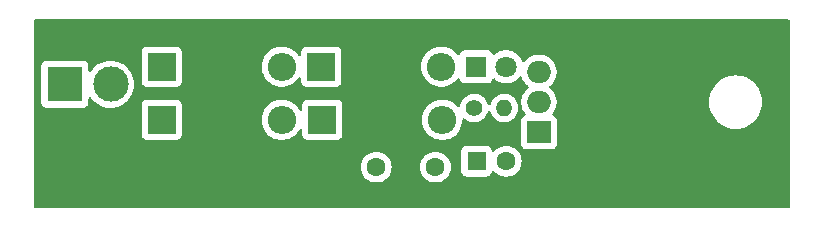
<source format=gbr>
%TF.GenerationSoftware,KiCad,Pcbnew,8.0.6*%
%TF.CreationDate,2024-11-04T20:56:58+05:30*%
%TF.ProjectId,power_supply_kicad,706f7765-725f-4737-9570-706c795f6b69,rev?*%
%TF.SameCoordinates,Original*%
%TF.FileFunction,Copper,L2,Bot*%
%TF.FilePolarity,Positive*%
%FSLAX46Y46*%
G04 Gerber Fmt 4.6, Leading zero omitted, Abs format (unit mm)*
G04 Created by KiCad (PCBNEW 8.0.6) date 2024-11-04 20:56:58*
%MOMM*%
%LPD*%
G01*
G04 APERTURE LIST*
%TA.AperFunction,ComponentPad*%
%ADD10C,1.600000*%
%TD*%
%TA.AperFunction,ComponentPad*%
%ADD11R,3.000000X3.000000*%
%TD*%
%TA.AperFunction,ComponentPad*%
%ADD12C,3.000000*%
%TD*%
%TA.AperFunction,ComponentPad*%
%ADD13R,1.600000X1.600000*%
%TD*%
%TA.AperFunction,ComponentPad*%
%ADD14C,1.400000*%
%TD*%
%TA.AperFunction,ComponentPad*%
%ADD15O,1.400000X1.400000*%
%TD*%
%TA.AperFunction,ComponentPad*%
%ADD16R,2.000000X1.905000*%
%TD*%
%TA.AperFunction,ComponentPad*%
%ADD17O,2.000000X1.905000*%
%TD*%
%TA.AperFunction,ComponentPad*%
%ADD18R,1.800000X1.800000*%
%TD*%
%TA.AperFunction,ComponentPad*%
%ADD19C,1.800000*%
%TD*%
%TA.AperFunction,ComponentPad*%
%ADD20R,2.400000X2.400000*%
%TD*%
%TA.AperFunction,ComponentPad*%
%ADD21O,2.400000X2.400000*%
%TD*%
G04 APERTURE END LIST*
D10*
%TO.P,C2,1*%
%TO.N,Net-(U1-OUT)*%
X140500000Y-65500000D03*
%TO.P,C2,2*%
%TO.N,Net-(D1-A)*%
X145500000Y-65500000D03*
%TD*%
D11*
%TO.P,J1,1,Pin_1*%
%TO.N,Net-(D1-K)*%
X114120000Y-58500000D03*
D12*
%TO.P,J1,2,Pin_2*%
%TO.N,Net-(D2-A)*%
X118000000Y-58500000D03*
%TD*%
D13*
%TO.P,C1,1*%
%TO.N,Net-(D2-K)*%
X149000000Y-65000000D03*
D10*
%TO.P,C1,2*%
%TO.N,Net-(D1-A)*%
X151500000Y-65000000D03*
%TD*%
D14*
%TO.P,R1,1*%
%TO.N,Net-(U1-OUT)*%
X148780000Y-60500000D03*
D15*
%TO.P,R1,2*%
%TO.N,Net-(D5-A)*%
X151320000Y-60500000D03*
%TD*%
D16*
%TO.P,U1,1,IN*%
%TO.N,Net-(D2-K)*%
X154270000Y-62540000D03*
D17*
%TO.P,U1,2,GND*%
%TO.N,Net-(D1-A)*%
X154270000Y-60000000D03*
%TO.P,U1,3,OUT*%
%TO.N,Net-(U1-OUT)*%
X154270000Y-57460000D03*
%TD*%
D18*
%TO.P,D5,1,K*%
%TO.N,Net-(D1-A)*%
X148960000Y-57000000D03*
D19*
%TO.P,D5,2,A*%
%TO.N,Net-(D5-A)*%
X151500000Y-57000000D03*
%TD*%
D20*
%TO.P,D4,1,K*%
%TO.N,Net-(D2-A)*%
X135920000Y-61500000D03*
D21*
%TO.P,D4,2,A*%
%TO.N,Net-(D1-A)*%
X146080000Y-61500000D03*
%TD*%
D20*
%TO.P,D1,1,K*%
%TO.N,Net-(D1-K)*%
X135840000Y-57000000D03*
D21*
%TO.P,D1,2,A*%
%TO.N,Net-(D1-A)*%
X146000000Y-57000000D03*
%TD*%
D20*
%TO.P,D2,1,K*%
%TO.N,Net-(D2-K)*%
X122340000Y-61500000D03*
D21*
%TO.P,D2,2,A*%
%TO.N,Net-(D2-A)*%
X132500000Y-61500000D03*
%TD*%
D20*
%TO.P,D3,1,K*%
%TO.N,Net-(D2-K)*%
X122340000Y-57000000D03*
D21*
%TO.P,D3,2,A*%
%TO.N,Net-(D1-K)*%
X132500000Y-57000000D03*
%TD*%
%TA.AperFunction,NonConductor*%
G36*
X175442539Y-53020185D02*
G01*
X175488294Y-53072989D01*
X175499500Y-53124500D01*
X175499500Y-68875500D01*
X175479815Y-68942539D01*
X175427011Y-68988294D01*
X175375500Y-68999500D01*
X111624500Y-68999500D01*
X111557461Y-68979815D01*
X111511706Y-68927011D01*
X111500500Y-68875500D01*
X111500500Y-65499998D01*
X139194532Y-65499998D01*
X139194532Y-65500001D01*
X139214364Y-65726686D01*
X139214366Y-65726697D01*
X139273258Y-65946488D01*
X139273261Y-65946497D01*
X139369431Y-66152732D01*
X139369432Y-66152734D01*
X139499954Y-66339141D01*
X139660858Y-66500045D01*
X139660861Y-66500047D01*
X139847266Y-66630568D01*
X140053504Y-66726739D01*
X140273308Y-66785635D01*
X140435230Y-66799801D01*
X140499998Y-66805468D01*
X140500000Y-66805468D01*
X140500002Y-66805468D01*
X140556673Y-66800509D01*
X140726692Y-66785635D01*
X140946496Y-66726739D01*
X141152734Y-66630568D01*
X141339139Y-66500047D01*
X141500047Y-66339139D01*
X141630568Y-66152734D01*
X141726739Y-65946496D01*
X141785635Y-65726692D01*
X141805468Y-65500000D01*
X141805468Y-65499998D01*
X144194532Y-65499998D01*
X144194532Y-65500001D01*
X144214364Y-65726686D01*
X144214366Y-65726697D01*
X144273258Y-65946488D01*
X144273261Y-65946497D01*
X144369431Y-66152732D01*
X144369432Y-66152734D01*
X144499954Y-66339141D01*
X144660858Y-66500045D01*
X144660861Y-66500047D01*
X144847266Y-66630568D01*
X145053504Y-66726739D01*
X145273308Y-66785635D01*
X145435230Y-66799801D01*
X145499998Y-66805468D01*
X145500000Y-66805468D01*
X145500002Y-66805468D01*
X145556673Y-66800509D01*
X145726692Y-66785635D01*
X145946496Y-66726739D01*
X146152734Y-66630568D01*
X146339139Y-66500047D01*
X146500047Y-66339139D01*
X146630568Y-66152734D01*
X146726739Y-65946496D01*
X146785635Y-65726692D01*
X146805468Y-65500000D01*
X146785635Y-65273308D01*
X146726739Y-65053504D01*
X146630568Y-64847266D01*
X146500047Y-64660861D01*
X146500045Y-64660858D01*
X146339141Y-64499954D01*
X146152734Y-64369432D01*
X146152732Y-64369431D01*
X145946497Y-64273261D01*
X145946488Y-64273258D01*
X145726697Y-64214366D01*
X145726693Y-64214365D01*
X145726692Y-64214365D01*
X145726691Y-64214364D01*
X145726686Y-64214364D01*
X145500002Y-64194532D01*
X145499998Y-64194532D01*
X145273313Y-64214364D01*
X145273302Y-64214366D01*
X145053511Y-64273258D01*
X145053502Y-64273261D01*
X144847267Y-64369431D01*
X144847265Y-64369432D01*
X144660858Y-64499954D01*
X144499954Y-64660858D01*
X144369432Y-64847265D01*
X144369431Y-64847267D01*
X144273261Y-65053502D01*
X144273258Y-65053511D01*
X144214366Y-65273302D01*
X144214364Y-65273313D01*
X144194532Y-65499998D01*
X141805468Y-65499998D01*
X141785635Y-65273308D01*
X141726739Y-65053504D01*
X141630568Y-64847266D01*
X141500047Y-64660861D01*
X141500045Y-64660858D01*
X141339141Y-64499954D01*
X141152734Y-64369432D01*
X141152732Y-64369431D01*
X140946497Y-64273261D01*
X140946488Y-64273258D01*
X140726697Y-64214366D01*
X140726693Y-64214365D01*
X140726692Y-64214365D01*
X140726691Y-64214364D01*
X140726686Y-64214364D01*
X140500002Y-64194532D01*
X140499998Y-64194532D01*
X140273313Y-64214364D01*
X140273302Y-64214366D01*
X140053511Y-64273258D01*
X140053502Y-64273261D01*
X139847267Y-64369431D01*
X139847265Y-64369432D01*
X139660858Y-64499954D01*
X139499954Y-64660858D01*
X139369432Y-64847265D01*
X139369431Y-64847267D01*
X139273261Y-65053502D01*
X139273258Y-65053511D01*
X139214366Y-65273302D01*
X139214364Y-65273313D01*
X139194532Y-65499998D01*
X111500500Y-65499998D01*
X111500500Y-64152135D01*
X147699500Y-64152135D01*
X147699500Y-65847870D01*
X147699501Y-65847876D01*
X147705908Y-65907483D01*
X147756202Y-66042328D01*
X147756206Y-66042335D01*
X147842452Y-66157544D01*
X147842455Y-66157547D01*
X147957664Y-66243793D01*
X147957671Y-66243797D01*
X148092517Y-66294091D01*
X148092516Y-66294091D01*
X148099444Y-66294835D01*
X148152127Y-66300500D01*
X149847872Y-66300499D01*
X149907483Y-66294091D01*
X150042331Y-66243796D01*
X150157546Y-66157546D01*
X150243796Y-66042331D01*
X150294091Y-65907483D01*
X150294092Y-65907472D01*
X150295365Y-65902088D01*
X150329933Y-65841369D01*
X150391841Y-65808978D01*
X150461433Y-65815199D01*
X150503725Y-65842912D01*
X150660858Y-66000045D01*
X150660861Y-66000047D01*
X150847266Y-66130568D01*
X151053504Y-66226739D01*
X151273308Y-66285635D01*
X151435230Y-66299801D01*
X151499998Y-66305468D01*
X151500000Y-66305468D01*
X151500002Y-66305468D01*
X151556807Y-66300498D01*
X151726692Y-66285635D01*
X151946496Y-66226739D01*
X152152734Y-66130568D01*
X152339139Y-66000047D01*
X152500047Y-65839139D01*
X152630568Y-65652734D01*
X152726739Y-65446496D01*
X152785635Y-65226692D01*
X152805468Y-65000000D01*
X152785635Y-64773308D01*
X152726739Y-64553504D01*
X152630568Y-64347266D01*
X152532839Y-64207693D01*
X152500045Y-64160858D01*
X152339141Y-63999954D01*
X152152734Y-63869432D01*
X152152732Y-63869431D01*
X151946497Y-63773261D01*
X151946488Y-63773258D01*
X151726697Y-63714366D01*
X151726693Y-63714365D01*
X151726692Y-63714365D01*
X151726691Y-63714364D01*
X151726686Y-63714364D01*
X151500002Y-63694532D01*
X151499998Y-63694532D01*
X151273313Y-63714364D01*
X151273302Y-63714366D01*
X151053511Y-63773258D01*
X151053502Y-63773261D01*
X150847267Y-63869431D01*
X150847265Y-63869432D01*
X150660862Y-63999951D01*
X150503726Y-64157087D01*
X150442403Y-64190571D01*
X150372711Y-64185587D01*
X150316778Y-64143715D01*
X150295369Y-64097923D01*
X150294091Y-64092518D01*
X150243797Y-63957671D01*
X150243793Y-63957664D01*
X150157547Y-63842455D01*
X150157544Y-63842452D01*
X150042335Y-63756206D01*
X150042328Y-63756202D01*
X149907482Y-63705908D01*
X149907483Y-63705908D01*
X149847883Y-63699501D01*
X149847881Y-63699500D01*
X149847873Y-63699500D01*
X149847864Y-63699500D01*
X148152129Y-63699500D01*
X148152123Y-63699501D01*
X148092516Y-63705908D01*
X147957671Y-63756202D01*
X147957664Y-63756206D01*
X147842455Y-63842452D01*
X147842452Y-63842455D01*
X147756206Y-63957664D01*
X147756202Y-63957671D01*
X147705908Y-64092517D01*
X147699501Y-64152116D01*
X147699500Y-64152135D01*
X111500500Y-64152135D01*
X111500500Y-56952135D01*
X112119500Y-56952135D01*
X112119500Y-60047870D01*
X112119501Y-60047876D01*
X112125908Y-60107483D01*
X112176202Y-60242328D01*
X112176206Y-60242335D01*
X112262452Y-60357544D01*
X112262455Y-60357547D01*
X112377664Y-60443793D01*
X112377671Y-60443797D01*
X112512517Y-60494091D01*
X112512516Y-60494091D01*
X112519444Y-60494835D01*
X112572127Y-60500500D01*
X115667872Y-60500499D01*
X115727483Y-60494091D01*
X115862331Y-60443796D01*
X115977546Y-60357546D01*
X116063796Y-60242331D01*
X116114091Y-60107483D01*
X116120500Y-60047873D01*
X116120499Y-59700023D01*
X116140183Y-59632987D01*
X116192987Y-59587232D01*
X116262146Y-59577288D01*
X116325701Y-59606313D01*
X116343766Y-59625716D01*
X116484254Y-59813387D01*
X116484270Y-59813405D01*
X116686594Y-60015729D01*
X116686612Y-60015745D01*
X116915682Y-60187224D01*
X116915690Y-60187229D01*
X117166833Y-60324364D01*
X117166832Y-60324364D01*
X117166836Y-60324365D01*
X117166839Y-60324367D01*
X117434954Y-60424369D01*
X117434960Y-60424370D01*
X117434962Y-60424371D01*
X117714566Y-60485195D01*
X117714568Y-60485195D01*
X117714572Y-60485196D01*
X117968220Y-60503337D01*
X117999999Y-60505610D01*
X118000000Y-60505610D01*
X118000001Y-60505610D01*
X118028595Y-60503564D01*
X118285428Y-60485196D01*
X118475742Y-60443796D01*
X118565037Y-60424371D01*
X118565037Y-60424370D01*
X118565046Y-60424369D01*
X118833161Y-60324367D01*
X118965444Y-60252135D01*
X120639500Y-60252135D01*
X120639500Y-62747870D01*
X120639501Y-62747876D01*
X120645908Y-62807483D01*
X120696202Y-62942328D01*
X120696206Y-62942335D01*
X120782452Y-63057544D01*
X120782455Y-63057547D01*
X120897664Y-63143793D01*
X120897671Y-63143797D01*
X121032517Y-63194091D01*
X121032516Y-63194091D01*
X121039444Y-63194835D01*
X121092127Y-63200500D01*
X123587872Y-63200499D01*
X123647483Y-63194091D01*
X123782331Y-63143796D01*
X123897546Y-63057546D01*
X123983796Y-62942331D01*
X124034091Y-62807483D01*
X124040500Y-62747873D01*
X124040499Y-61499995D01*
X130794732Y-61499995D01*
X130794732Y-61500004D01*
X130813777Y-61754154D01*
X130813778Y-61754157D01*
X130870492Y-62002637D01*
X130963607Y-62239888D01*
X131091041Y-62460612D01*
X131249950Y-62659877D01*
X131436783Y-62833232D01*
X131647366Y-62976805D01*
X131647371Y-62976807D01*
X131647372Y-62976808D01*
X131647373Y-62976809D01*
X131769328Y-63035538D01*
X131876992Y-63087387D01*
X131876993Y-63087387D01*
X131876996Y-63087389D01*
X132120542Y-63162513D01*
X132372565Y-63200500D01*
X132627435Y-63200500D01*
X132879458Y-63162513D01*
X133123004Y-63087389D01*
X133352634Y-62976805D01*
X133563217Y-62833232D01*
X133750050Y-62659877D01*
X133908959Y-62460612D01*
X133988115Y-62323507D01*
X134038679Y-62275295D01*
X134107286Y-62262071D01*
X134172151Y-62288039D01*
X134212680Y-62344953D01*
X134219500Y-62385510D01*
X134219500Y-62747870D01*
X134219501Y-62747876D01*
X134225908Y-62807483D01*
X134276202Y-62942328D01*
X134276206Y-62942335D01*
X134362452Y-63057544D01*
X134362455Y-63057547D01*
X134477664Y-63143793D01*
X134477671Y-63143797D01*
X134612517Y-63194091D01*
X134612516Y-63194091D01*
X134619444Y-63194835D01*
X134672127Y-63200500D01*
X137167872Y-63200499D01*
X137227483Y-63194091D01*
X137362331Y-63143796D01*
X137477546Y-63057546D01*
X137563796Y-62942331D01*
X137614091Y-62807483D01*
X137620500Y-62747873D01*
X137620499Y-61499995D01*
X144374732Y-61499995D01*
X144374732Y-61500004D01*
X144393777Y-61754154D01*
X144393778Y-61754157D01*
X144450492Y-62002637D01*
X144543607Y-62239888D01*
X144671041Y-62460612D01*
X144829950Y-62659877D01*
X145016783Y-62833232D01*
X145227366Y-62976805D01*
X145227371Y-62976807D01*
X145227372Y-62976808D01*
X145227373Y-62976809D01*
X145349328Y-63035538D01*
X145456992Y-63087387D01*
X145456993Y-63087387D01*
X145456996Y-63087389D01*
X145700542Y-63162513D01*
X145952565Y-63200500D01*
X146207435Y-63200500D01*
X146459458Y-63162513D01*
X146703004Y-63087389D01*
X146932634Y-62976805D01*
X147143217Y-62833232D01*
X147330050Y-62659877D01*
X147488959Y-62460612D01*
X147616393Y-62239888D01*
X147709508Y-62002637D01*
X147766222Y-61754157D01*
X147778167Y-61594758D01*
X147785268Y-61500004D01*
X147785268Y-61498487D01*
X147785420Y-61497967D01*
X147785615Y-61495374D01*
X147786169Y-61495415D01*
X147804953Y-61431448D01*
X147857757Y-61385693D01*
X147926915Y-61375749D01*
X147990471Y-61404774D01*
X147992807Y-61406851D01*
X148053437Y-61462123D01*
X148053439Y-61462125D01*
X148242595Y-61579245D01*
X148242596Y-61579245D01*
X148242599Y-61579247D01*
X148450060Y-61659618D01*
X148668757Y-61700500D01*
X148668759Y-61700500D01*
X148891241Y-61700500D01*
X148891243Y-61700500D01*
X149109940Y-61659618D01*
X149317401Y-61579247D01*
X149506562Y-61462124D01*
X149670981Y-61312236D01*
X149805058Y-61134689D01*
X149904229Y-60935528D01*
X149930734Y-60842371D01*
X149968013Y-60783278D01*
X150031323Y-60753721D01*
X150100562Y-60763083D01*
X150153749Y-60808393D01*
X150169266Y-60842372D01*
X150195769Y-60935523D01*
X150195775Y-60935538D01*
X150294938Y-61134683D01*
X150294943Y-61134691D01*
X150429020Y-61312238D01*
X150593437Y-61462123D01*
X150593439Y-61462125D01*
X150782595Y-61579245D01*
X150782596Y-61579245D01*
X150782599Y-61579247D01*
X150990060Y-61659618D01*
X151208757Y-61700500D01*
X151208759Y-61700500D01*
X151431241Y-61700500D01*
X151431243Y-61700500D01*
X151649940Y-61659618D01*
X151857401Y-61579247D01*
X152046562Y-61462124D01*
X152210981Y-61312236D01*
X152345058Y-61134689D01*
X152444229Y-60935528D01*
X152505115Y-60721536D01*
X152525643Y-60500000D01*
X152525095Y-60494091D01*
X152505115Y-60278464D01*
X152505114Y-60278462D01*
X152497623Y-60252135D01*
X152444229Y-60064472D01*
X152444224Y-60064461D01*
X152345061Y-59865316D01*
X152345056Y-59865308D01*
X152210979Y-59687761D01*
X152046562Y-59537876D01*
X152046560Y-59537874D01*
X151857404Y-59420754D01*
X151857398Y-59420752D01*
X151649940Y-59340382D01*
X151431243Y-59299500D01*
X151208757Y-59299500D01*
X150990060Y-59340382D01*
X150858864Y-59391207D01*
X150782601Y-59420752D01*
X150782595Y-59420754D01*
X150593439Y-59537874D01*
X150593437Y-59537876D01*
X150429020Y-59687761D01*
X150294943Y-59865308D01*
X150294938Y-59865316D01*
X150195775Y-60064461D01*
X150195769Y-60064476D01*
X150169266Y-60157627D01*
X150131987Y-60216721D01*
X150068677Y-60246278D01*
X149999438Y-60236916D01*
X149946251Y-60191606D01*
X149930734Y-60157627D01*
X149904230Y-60064476D01*
X149904229Y-60064472D01*
X149904224Y-60064461D01*
X149805061Y-59865316D01*
X149805056Y-59865308D01*
X149670979Y-59687761D01*
X149506562Y-59537876D01*
X149506560Y-59537874D01*
X149317404Y-59420754D01*
X149317398Y-59420752D01*
X149109940Y-59340382D01*
X148891243Y-59299500D01*
X148668757Y-59299500D01*
X148450060Y-59340382D01*
X148318864Y-59391207D01*
X148242601Y-59420752D01*
X148242595Y-59420754D01*
X148053439Y-59537874D01*
X148053437Y-59537876D01*
X147889020Y-59687761D01*
X147754943Y-59865308D01*
X147754938Y-59865316D01*
X147655775Y-60064461D01*
X147655769Y-60064476D01*
X147594885Y-60278462D01*
X147594885Y-60278463D01*
X147590610Y-60324591D01*
X147564823Y-60389528D01*
X147508021Y-60430215D01*
X147438240Y-60433734D01*
X147377634Y-60398967D01*
X147370208Y-60390479D01*
X147330050Y-60340123D01*
X147143217Y-60166768D01*
X146932634Y-60023195D01*
X146932630Y-60023193D01*
X146932627Y-60023191D01*
X146932626Y-60023190D01*
X146703006Y-59912612D01*
X146703008Y-59912612D01*
X146459466Y-59837489D01*
X146459462Y-59837488D01*
X146459458Y-59837487D01*
X146338231Y-59819214D01*
X146207440Y-59799500D01*
X146207435Y-59799500D01*
X145952565Y-59799500D01*
X145952559Y-59799500D01*
X145795609Y-59823157D01*
X145700542Y-59837487D01*
X145700539Y-59837488D01*
X145700533Y-59837489D01*
X145456992Y-59912612D01*
X145227373Y-60023190D01*
X145227372Y-60023191D01*
X145016782Y-60166768D01*
X144829952Y-60340121D01*
X144829950Y-60340123D01*
X144671041Y-60539388D01*
X144543608Y-60760109D01*
X144450492Y-60997362D01*
X144450490Y-60997369D01*
X144393777Y-61245845D01*
X144374732Y-61499995D01*
X137620499Y-61499995D01*
X137620499Y-60252128D01*
X137614091Y-60192517D01*
X137613751Y-60191606D01*
X137563797Y-60057671D01*
X137563793Y-60057664D01*
X137477547Y-59942455D01*
X137477544Y-59942452D01*
X137362335Y-59856206D01*
X137362328Y-59856202D01*
X137227482Y-59805908D01*
X137227483Y-59805908D01*
X137167883Y-59799501D01*
X137167881Y-59799500D01*
X137167873Y-59799500D01*
X137167864Y-59799500D01*
X134672129Y-59799500D01*
X134672123Y-59799501D01*
X134612516Y-59805908D01*
X134477671Y-59856202D01*
X134477664Y-59856206D01*
X134362455Y-59942452D01*
X134362452Y-59942455D01*
X134276206Y-60057664D01*
X134276202Y-60057671D01*
X134225908Y-60192517D01*
X134220129Y-60246278D01*
X134219501Y-60252123D01*
X134219500Y-60252135D01*
X134219500Y-60614488D01*
X134199815Y-60681527D01*
X134147011Y-60727282D01*
X134077853Y-60737226D01*
X134014297Y-60708201D01*
X133988113Y-60676488D01*
X133908959Y-60539388D01*
X133750050Y-60340123D01*
X133563217Y-60166768D01*
X133352634Y-60023195D01*
X133352630Y-60023193D01*
X133352627Y-60023191D01*
X133352626Y-60023190D01*
X133123006Y-59912612D01*
X133123008Y-59912612D01*
X132879466Y-59837489D01*
X132879462Y-59837488D01*
X132879458Y-59837487D01*
X132758231Y-59819214D01*
X132627440Y-59799500D01*
X132627435Y-59799500D01*
X132372565Y-59799500D01*
X132372559Y-59799500D01*
X132215609Y-59823157D01*
X132120542Y-59837487D01*
X132120539Y-59837488D01*
X132120533Y-59837489D01*
X131876992Y-59912612D01*
X131647373Y-60023190D01*
X131647372Y-60023191D01*
X131436782Y-60166768D01*
X131249952Y-60340121D01*
X131249950Y-60340123D01*
X131091041Y-60539388D01*
X130963608Y-60760109D01*
X130870492Y-60997362D01*
X130870490Y-60997369D01*
X130813777Y-61245845D01*
X130794732Y-61499995D01*
X124040499Y-61499995D01*
X124040499Y-60252128D01*
X124034091Y-60192517D01*
X124033751Y-60191606D01*
X123983797Y-60057671D01*
X123983793Y-60057664D01*
X123897547Y-59942455D01*
X123897544Y-59942452D01*
X123782335Y-59856206D01*
X123782328Y-59856202D01*
X123647482Y-59805908D01*
X123647483Y-59805908D01*
X123587883Y-59799501D01*
X123587881Y-59799500D01*
X123587873Y-59799500D01*
X123587864Y-59799500D01*
X121092129Y-59799500D01*
X121092123Y-59799501D01*
X121032516Y-59805908D01*
X120897671Y-59856202D01*
X120897664Y-59856206D01*
X120782455Y-59942452D01*
X120782452Y-59942455D01*
X120696206Y-60057664D01*
X120696202Y-60057671D01*
X120645908Y-60192517D01*
X120640129Y-60246278D01*
X120639501Y-60252123D01*
X120639500Y-60252135D01*
X118965444Y-60252135D01*
X119084315Y-60187226D01*
X119313395Y-60015739D01*
X119515739Y-59813395D01*
X119687226Y-59584315D01*
X119824367Y-59333161D01*
X119924369Y-59065046D01*
X119926895Y-59053434D01*
X119985195Y-58785433D01*
X119985195Y-58785432D01*
X119985196Y-58785428D01*
X120005610Y-58500000D01*
X119985196Y-58214572D01*
X119976907Y-58176470D01*
X119924371Y-57934962D01*
X119924370Y-57934960D01*
X119924369Y-57934954D01*
X119824367Y-57666839D01*
X119710799Y-57458856D01*
X119687229Y-57415690D01*
X119687224Y-57415682D01*
X119515745Y-57186612D01*
X119515729Y-57186594D01*
X119313405Y-56984270D01*
X119313387Y-56984254D01*
X119084317Y-56812775D01*
X119084309Y-56812770D01*
X118833166Y-56675635D01*
X118833167Y-56675635D01*
X118725915Y-56635632D01*
X118565046Y-56575631D01*
X118565043Y-56575630D01*
X118565037Y-56575628D01*
X118285433Y-56514804D01*
X118000001Y-56494390D01*
X117999999Y-56494390D01*
X117714566Y-56514804D01*
X117434962Y-56575628D01*
X117166833Y-56675635D01*
X116915690Y-56812770D01*
X116915682Y-56812775D01*
X116686612Y-56984254D01*
X116686594Y-56984270D01*
X116484270Y-57186594D01*
X116484254Y-57186612D01*
X116343766Y-57374284D01*
X116287833Y-57416156D01*
X116218141Y-57421140D01*
X116156818Y-57387655D01*
X116123333Y-57326332D01*
X116120499Y-57299974D01*
X116120499Y-56952129D01*
X116120498Y-56952123D01*
X116120497Y-56952116D01*
X116114091Y-56892517D01*
X116084347Y-56812770D01*
X116063797Y-56757671D01*
X116063793Y-56757664D01*
X115977547Y-56642455D01*
X115977544Y-56642452D01*
X115862335Y-56556206D01*
X115862328Y-56556202D01*
X115727482Y-56505908D01*
X115727483Y-56505908D01*
X115667883Y-56499501D01*
X115667881Y-56499500D01*
X115667873Y-56499500D01*
X115667864Y-56499500D01*
X112572129Y-56499500D01*
X112572123Y-56499501D01*
X112512516Y-56505908D01*
X112377671Y-56556202D01*
X112377664Y-56556206D01*
X112262455Y-56642452D01*
X112262452Y-56642455D01*
X112176206Y-56757664D01*
X112176202Y-56757671D01*
X112125908Y-56892517D01*
X112119501Y-56952116D01*
X112119501Y-56952123D01*
X112119500Y-56952135D01*
X111500500Y-56952135D01*
X111500500Y-55752135D01*
X120639500Y-55752135D01*
X120639500Y-58247870D01*
X120639501Y-58247876D01*
X120645908Y-58307483D01*
X120696202Y-58442328D01*
X120696206Y-58442335D01*
X120782452Y-58557544D01*
X120782455Y-58557547D01*
X120897664Y-58643793D01*
X120897671Y-58643797D01*
X121032517Y-58694091D01*
X121032516Y-58694091D01*
X121039444Y-58694835D01*
X121092127Y-58700500D01*
X123587872Y-58700499D01*
X123647483Y-58694091D01*
X123782331Y-58643796D01*
X123897546Y-58557546D01*
X123983796Y-58442331D01*
X124034091Y-58307483D01*
X124040500Y-58247873D01*
X124040499Y-56999995D01*
X130794732Y-56999995D01*
X130794732Y-57000004D01*
X130813777Y-57254154D01*
X130851890Y-57421140D01*
X130870492Y-57502637D01*
X130963607Y-57739888D01*
X131091041Y-57960612D01*
X131249950Y-58159877D01*
X131436783Y-58333232D01*
X131647366Y-58476805D01*
X131647371Y-58476807D01*
X131647372Y-58476808D01*
X131647373Y-58476809D01*
X131769328Y-58535538D01*
X131876992Y-58587387D01*
X131876993Y-58587387D01*
X131876996Y-58587389D01*
X132120542Y-58662513D01*
X132372565Y-58700500D01*
X132627435Y-58700500D01*
X132879458Y-58662513D01*
X133123004Y-58587389D01*
X133352634Y-58476805D01*
X133563217Y-58333232D01*
X133750050Y-58159877D01*
X133908959Y-57960612D01*
X133908963Y-57960605D01*
X133911571Y-57956781D01*
X133912800Y-57957618D01*
X133958643Y-57913878D01*
X134027246Y-57900633D01*
X134092119Y-57926579D01*
X134132667Y-57983480D01*
X134139500Y-58024074D01*
X134139500Y-58247869D01*
X134139501Y-58247876D01*
X134145908Y-58307483D01*
X134196202Y-58442328D01*
X134196206Y-58442335D01*
X134282452Y-58557544D01*
X134282455Y-58557547D01*
X134397664Y-58643793D01*
X134397671Y-58643797D01*
X134532517Y-58694091D01*
X134532516Y-58694091D01*
X134539444Y-58694835D01*
X134592127Y-58700500D01*
X137087872Y-58700499D01*
X137147483Y-58694091D01*
X137282331Y-58643796D01*
X137397546Y-58557546D01*
X137483796Y-58442331D01*
X137534091Y-58307483D01*
X137540500Y-58247873D01*
X137540499Y-56999995D01*
X144294732Y-56999995D01*
X144294732Y-57000004D01*
X144313777Y-57254154D01*
X144351890Y-57421140D01*
X144370492Y-57502637D01*
X144463607Y-57739888D01*
X144591041Y-57960612D01*
X144749950Y-58159877D01*
X144936783Y-58333232D01*
X145147366Y-58476805D01*
X145147371Y-58476807D01*
X145147372Y-58476808D01*
X145147373Y-58476809D01*
X145269328Y-58535538D01*
X145376992Y-58587387D01*
X145376993Y-58587387D01*
X145376996Y-58587389D01*
X145620542Y-58662513D01*
X145872565Y-58700500D01*
X146127435Y-58700500D01*
X146379458Y-58662513D01*
X146623004Y-58587389D01*
X146852634Y-58476805D01*
X147063217Y-58333232D01*
X147250050Y-58159877D01*
X147367406Y-58012716D01*
X147424593Y-57972577D01*
X147494405Y-57969727D01*
X147554675Y-58005072D01*
X147580534Y-58046697D01*
X147616202Y-58142328D01*
X147616206Y-58142335D01*
X147702452Y-58257544D01*
X147702455Y-58257547D01*
X147817664Y-58343793D01*
X147817671Y-58343797D01*
X147952517Y-58394091D01*
X147952516Y-58394091D01*
X147959444Y-58394835D01*
X148012127Y-58400500D01*
X149907872Y-58400499D01*
X149967483Y-58394091D01*
X150102331Y-58343796D01*
X150217546Y-58257546D01*
X150303796Y-58142331D01*
X150332455Y-58065493D01*
X150374326Y-58009559D01*
X150439790Y-57985141D01*
X150508063Y-57999992D01*
X150539866Y-58024843D01*
X150547302Y-58032920D01*
X150548215Y-58033912D01*
X150548222Y-58033918D01*
X150731365Y-58176464D01*
X150731371Y-58176468D01*
X150731374Y-58176470D01*
X150935497Y-58286936D01*
X151049487Y-58326068D01*
X151155015Y-58362297D01*
X151155017Y-58362297D01*
X151155019Y-58362298D01*
X151383951Y-58400500D01*
X151383952Y-58400500D01*
X151616048Y-58400500D01*
X151616049Y-58400500D01*
X151844981Y-58362298D01*
X152064503Y-58286936D01*
X152268626Y-58176470D01*
X152289944Y-58159878D01*
X152330129Y-58128600D01*
X152451784Y-58033913D01*
X152608979Y-57863153D01*
X152612037Y-57858472D01*
X152665179Y-57813113D01*
X152734409Y-57803685D01*
X152797747Y-57833182D01*
X152833780Y-57887969D01*
X152864814Y-57983480D01*
X152875952Y-58017758D01*
X152979783Y-58221538D01*
X153114214Y-58406566D01*
X153275934Y-58568286D01*
X153302227Y-58587389D01*
X153360438Y-58629682D01*
X153403103Y-58685013D01*
X153409082Y-58754626D01*
X153376476Y-58816421D01*
X153360438Y-58830318D01*
X153275932Y-58891715D01*
X153114216Y-59053431D01*
X153114216Y-59053432D01*
X153114214Y-59053434D01*
X153056480Y-59132896D01*
X152979783Y-59238461D01*
X152875950Y-59442244D01*
X152805278Y-59659750D01*
X152805278Y-59659753D01*
X152769500Y-59885646D01*
X152769500Y-60114353D01*
X152805278Y-60340246D01*
X152805278Y-60340249D01*
X152875950Y-60557755D01*
X152875952Y-60557758D01*
X152979783Y-60761538D01*
X153112525Y-60944242D01*
X153136005Y-61010046D01*
X153120180Y-61078100D01*
X153070074Y-61126795D01*
X153055541Y-61133308D01*
X153027670Y-61143703D01*
X153027664Y-61143706D01*
X152912455Y-61229952D01*
X152912452Y-61229955D01*
X152826206Y-61345164D01*
X152826202Y-61345171D01*
X152775908Y-61480017D01*
X152769501Y-61539616D01*
X152769501Y-61539623D01*
X152769500Y-61539635D01*
X152769500Y-63540370D01*
X152769501Y-63540376D01*
X152775908Y-63599983D01*
X152826202Y-63734828D01*
X152826206Y-63734835D01*
X152912452Y-63850044D01*
X152912455Y-63850047D01*
X153027664Y-63936293D01*
X153027671Y-63936297D01*
X153162517Y-63986591D01*
X153162516Y-63986591D01*
X153169444Y-63987335D01*
X153222127Y-63993000D01*
X155317872Y-63992999D01*
X155377483Y-63986591D01*
X155512331Y-63936296D01*
X155627546Y-63850046D01*
X155713796Y-63734831D01*
X155764091Y-63599983D01*
X155770500Y-63540373D01*
X155770499Y-61539628D01*
X155764091Y-61480017D01*
X155757417Y-61462124D01*
X155713797Y-61345171D01*
X155713793Y-61345164D01*
X155627547Y-61229955D01*
X155627544Y-61229952D01*
X155512335Y-61143706D01*
X155512328Y-61143702D01*
X155484459Y-61133308D01*
X155428525Y-61091437D01*
X155404108Y-61025973D01*
X155418960Y-60957700D01*
X155427460Y-60944260D01*
X155560217Y-60761538D01*
X155664048Y-60557758D01*
X155701076Y-60443797D01*
X155734721Y-60340249D01*
X155734721Y-60340248D01*
X155734722Y-60340245D01*
X155770500Y-60114354D01*
X155770500Y-59999992D01*
X168674671Y-59999992D01*
X168674671Y-60000007D01*
X168693964Y-60294363D01*
X168693965Y-60294373D01*
X168693966Y-60294380D01*
X168693968Y-60294390D01*
X168751518Y-60583716D01*
X168751521Y-60583730D01*
X168846349Y-60863080D01*
X168976825Y-61127660D01*
X168976829Y-61127667D01*
X169140725Y-61372955D01*
X169335241Y-61594758D01*
X169517001Y-61754157D01*
X169557043Y-61789273D01*
X169802335Y-61953172D01*
X170066923Y-62083652D01*
X170346278Y-62178481D01*
X170635620Y-62236034D01*
X170663888Y-62237886D01*
X170929993Y-62255329D01*
X170930000Y-62255329D01*
X170930007Y-62255329D01*
X171165675Y-62239881D01*
X171224380Y-62236034D01*
X171513722Y-62178481D01*
X171793077Y-62083652D01*
X172057665Y-61953172D01*
X172302957Y-61789273D01*
X172524758Y-61594758D01*
X172719273Y-61372957D01*
X172883172Y-61127665D01*
X173013652Y-60863077D01*
X173108481Y-60583722D01*
X173166034Y-60294380D01*
X173173057Y-60187226D01*
X173185329Y-60000007D01*
X173185329Y-59999992D01*
X173166035Y-59705636D01*
X173166034Y-59705620D01*
X173108481Y-59416278D01*
X173013652Y-59136923D01*
X172883172Y-58872336D01*
X172719273Y-58627043D01*
X172667742Y-58568283D01*
X172524758Y-58405241D01*
X172302955Y-58210725D01*
X172057667Y-58046829D01*
X172057660Y-58046825D01*
X171793080Y-57916349D01*
X171513730Y-57821521D01*
X171513724Y-57821519D01*
X171513722Y-57821519D01*
X171224380Y-57763966D01*
X171224373Y-57763965D01*
X171224363Y-57763964D01*
X170930007Y-57744671D01*
X170929993Y-57744671D01*
X170635636Y-57763964D01*
X170635624Y-57763965D01*
X170635620Y-57763966D01*
X170635612Y-57763967D01*
X170635609Y-57763968D01*
X170346283Y-57821518D01*
X170346269Y-57821521D01*
X170066919Y-57916349D01*
X169802334Y-58046828D01*
X169557041Y-58210728D01*
X169335241Y-58405241D01*
X169140728Y-58627041D01*
X168976828Y-58872334D01*
X168846349Y-59136919D01*
X168751521Y-59416269D01*
X168751518Y-59416283D01*
X168693968Y-59705609D01*
X168693964Y-59705636D01*
X168674671Y-59999992D01*
X155770500Y-59999992D01*
X155770500Y-59885646D01*
X155734722Y-59659755D01*
X155734721Y-59659751D01*
X155734721Y-59659750D01*
X155664049Y-59442244D01*
X155608471Y-59333166D01*
X155560217Y-59238462D01*
X155425786Y-59053434D01*
X155264066Y-58891714D01*
X155179559Y-58830316D01*
X155136896Y-58774988D01*
X155130917Y-58705375D01*
X155163523Y-58643580D01*
X155179556Y-58629685D01*
X155264066Y-58568286D01*
X155425786Y-58406566D01*
X155560217Y-58221538D01*
X155664048Y-58017758D01*
X155714283Y-57863150D01*
X155734721Y-57800249D01*
X155734721Y-57800248D01*
X155734722Y-57800245D01*
X155770500Y-57574354D01*
X155770500Y-57345646D01*
X155734722Y-57119755D01*
X155734721Y-57119751D01*
X155734721Y-57119750D01*
X155664049Y-56902244D01*
X155590382Y-56757664D01*
X155560217Y-56698462D01*
X155425786Y-56513434D01*
X155264066Y-56351714D01*
X155079038Y-56217283D01*
X155012861Y-56183564D01*
X154875255Y-56113450D01*
X154657748Y-56042778D01*
X154445971Y-56009236D01*
X154431854Y-56007000D01*
X154108146Y-56007000D01*
X154094029Y-56009236D01*
X153882253Y-56042778D01*
X153882250Y-56042778D01*
X153664744Y-56113450D01*
X153460961Y-56217283D01*
X153402017Y-56260109D01*
X153275934Y-56351714D01*
X153275932Y-56351716D01*
X153275931Y-56351716D01*
X153114215Y-56513432D01*
X153052706Y-56598092D01*
X152997375Y-56640757D01*
X152927762Y-56646736D01*
X152865967Y-56614130D01*
X152832182Y-56555645D01*
X152829157Y-56543700D01*
X152735924Y-56331151D01*
X152608983Y-56136852D01*
X152608980Y-56136849D01*
X152608979Y-56136847D01*
X152451784Y-55966087D01*
X152451779Y-55966083D01*
X152451777Y-55966081D01*
X152268634Y-55823535D01*
X152268628Y-55823531D01*
X152064504Y-55713064D01*
X152064495Y-55713061D01*
X151844984Y-55637702D01*
X151654450Y-55605908D01*
X151616049Y-55599500D01*
X151383951Y-55599500D01*
X151345550Y-55605908D01*
X151155015Y-55637702D01*
X150935504Y-55713061D01*
X150935495Y-55713064D01*
X150731371Y-55823531D01*
X150731365Y-55823535D01*
X150548222Y-55966081D01*
X150548218Y-55966085D01*
X150539866Y-55975158D01*
X150479979Y-56011148D01*
X150410141Y-56009047D01*
X150352525Y-55969522D01*
X150332455Y-55934507D01*
X150303797Y-55857671D01*
X150303793Y-55857664D01*
X150217547Y-55742455D01*
X150217544Y-55742452D01*
X150102335Y-55656206D01*
X150102328Y-55656202D01*
X149967482Y-55605908D01*
X149967483Y-55605908D01*
X149907883Y-55599501D01*
X149907881Y-55599500D01*
X149907873Y-55599500D01*
X149907864Y-55599500D01*
X148012129Y-55599500D01*
X148012123Y-55599501D01*
X147952516Y-55605908D01*
X147817671Y-55656202D01*
X147817664Y-55656206D01*
X147702455Y-55742452D01*
X147702452Y-55742455D01*
X147616206Y-55857664D01*
X147616203Y-55857669D01*
X147580534Y-55953303D01*
X147538662Y-56009236D01*
X147473198Y-56033653D01*
X147404925Y-56018801D01*
X147367407Y-55987283D01*
X147250050Y-55840123D01*
X147063217Y-55666768D01*
X146852634Y-55523195D01*
X146852630Y-55523193D01*
X146852627Y-55523191D01*
X146852626Y-55523190D01*
X146623006Y-55412612D01*
X146623008Y-55412612D01*
X146379466Y-55337489D01*
X146379462Y-55337488D01*
X146379458Y-55337487D01*
X146258231Y-55319214D01*
X146127440Y-55299500D01*
X146127435Y-55299500D01*
X145872565Y-55299500D01*
X145872559Y-55299500D01*
X145715609Y-55323157D01*
X145620542Y-55337487D01*
X145620539Y-55337488D01*
X145620533Y-55337489D01*
X145376992Y-55412612D01*
X145147373Y-55523190D01*
X145147372Y-55523191D01*
X144936782Y-55666768D01*
X144749952Y-55840121D01*
X144749950Y-55840123D01*
X144591041Y-56039388D01*
X144463608Y-56260109D01*
X144370492Y-56497362D01*
X144370490Y-56497369D01*
X144313777Y-56745845D01*
X144294732Y-56999995D01*
X137540499Y-56999995D01*
X137540499Y-55752128D01*
X137534091Y-55692517D01*
X137524487Y-55666768D01*
X137483797Y-55557671D01*
X137483793Y-55557664D01*
X137397547Y-55442455D01*
X137397544Y-55442452D01*
X137282335Y-55356206D01*
X137282328Y-55356202D01*
X137147482Y-55305908D01*
X137147483Y-55305908D01*
X137087883Y-55299501D01*
X137087881Y-55299500D01*
X137087873Y-55299500D01*
X137087864Y-55299500D01*
X134592129Y-55299500D01*
X134592123Y-55299501D01*
X134532516Y-55305908D01*
X134397671Y-55356202D01*
X134397664Y-55356206D01*
X134282455Y-55442452D01*
X134282452Y-55442455D01*
X134196206Y-55557664D01*
X134196202Y-55557671D01*
X134145908Y-55692517D01*
X134140540Y-55742452D01*
X134139501Y-55752123D01*
X134139500Y-55752135D01*
X134139500Y-55975923D01*
X134119815Y-56042962D01*
X134067011Y-56088717D01*
X133997853Y-56098661D01*
X133934297Y-56069636D01*
X133912155Y-56042820D01*
X133911571Y-56043219D01*
X133908961Y-56039391D01*
X133886438Y-56011148D01*
X133750050Y-55840123D01*
X133563217Y-55666768D01*
X133352634Y-55523195D01*
X133352630Y-55523193D01*
X133352627Y-55523191D01*
X133352626Y-55523190D01*
X133123006Y-55412612D01*
X133123008Y-55412612D01*
X132879466Y-55337489D01*
X132879462Y-55337488D01*
X132879458Y-55337487D01*
X132758231Y-55319214D01*
X132627440Y-55299500D01*
X132627435Y-55299500D01*
X132372565Y-55299500D01*
X132372559Y-55299500D01*
X132215609Y-55323157D01*
X132120542Y-55337487D01*
X132120539Y-55337488D01*
X132120533Y-55337489D01*
X131876992Y-55412612D01*
X131647373Y-55523190D01*
X131647372Y-55523191D01*
X131436782Y-55666768D01*
X131249952Y-55840121D01*
X131249950Y-55840123D01*
X131091041Y-56039388D01*
X130963608Y-56260109D01*
X130870492Y-56497362D01*
X130870490Y-56497369D01*
X130813777Y-56745845D01*
X130794732Y-56999995D01*
X124040499Y-56999995D01*
X124040499Y-55752128D01*
X124034091Y-55692517D01*
X124024487Y-55666768D01*
X123983797Y-55557671D01*
X123983793Y-55557664D01*
X123897547Y-55442455D01*
X123897544Y-55442452D01*
X123782335Y-55356206D01*
X123782328Y-55356202D01*
X123647482Y-55305908D01*
X123647483Y-55305908D01*
X123587883Y-55299501D01*
X123587881Y-55299500D01*
X123587873Y-55299500D01*
X123587864Y-55299500D01*
X121092129Y-55299500D01*
X121092123Y-55299501D01*
X121032516Y-55305908D01*
X120897671Y-55356202D01*
X120897664Y-55356206D01*
X120782455Y-55442452D01*
X120782452Y-55442455D01*
X120696206Y-55557664D01*
X120696202Y-55557671D01*
X120645908Y-55692517D01*
X120640540Y-55742452D01*
X120639501Y-55752123D01*
X120639500Y-55752135D01*
X111500500Y-55752135D01*
X111500500Y-53124500D01*
X111520185Y-53057461D01*
X111572989Y-53011706D01*
X111624500Y-53000500D01*
X175375500Y-53000500D01*
X175442539Y-53020185D01*
G37*
%TD.AperFunction*%
M02*

</source>
